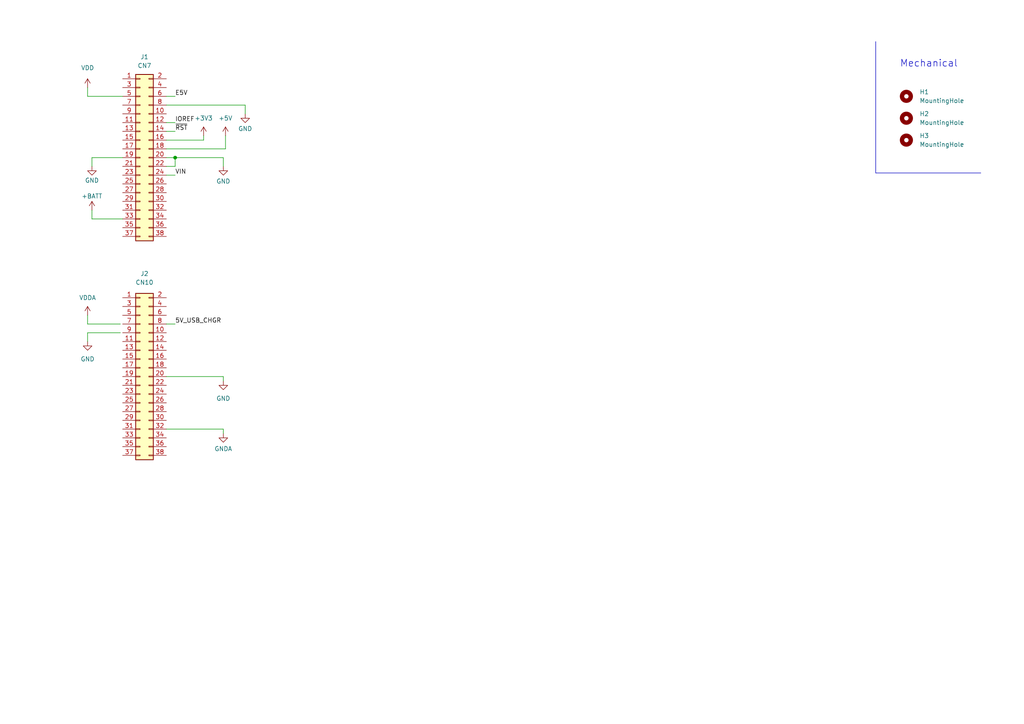
<source format=kicad_sch>
(kicad_sch (version 20231120) (generator "eeschema") (generator_version "8.0")
  (paper "A4")
  (lib_symbols
    (symbol "Connector_Generic:Conn_02x19_Odd_Even" (pin_names (offset 1.016) hide)
      (property "Reference" "J" (at 1.27 25.4 0))
      (property "Value" "Conn_02x19_Odd_Even" (at 1.27 -25.4 0))
      (symbol "Conn_02x19_Odd_Even_1_1"
        (rectangle (start -1.27 -22.733) (end 0 -22.987) (stroke (width 0.1524)))
        (rectangle (start -1.27 -20.193) (end 0 -20.447) (stroke (width 0.1524)))
        (rectangle (start -1.27 -17.653) (end 0 -17.907) (stroke (width 0.1524)))
        (rectangle (start -1.27 -15.113) (end 0 -15.367) (stroke (width 0.1524)))
        (rectangle (start -1.27 -12.573) (end 0 -12.827) (stroke (width 0.1524)))
        (rectangle (start -1.27 -10.033) (end 0 -10.287) (stroke (width 0.1524)))
        (rectangle (start -1.27 -7.493) (end 0 -7.747) (stroke (width 0.1524)))
        (rectangle (start -1.27 -4.953) (end 0 -5.207) (stroke (width 0.1524)))
        (rectangle (start -1.27 -2.413) (end 0 -2.667) (stroke (width 0.1524)))
        (rectangle (start -1.27 0.127) (end 0 -0.127) (stroke (width 0.1524)))
        (rectangle (start -1.27 2.667) (end 0 2.413) (stroke (width 0.1524)))
        (rectangle (start -1.27 5.207) (end 0 4.953) (stroke (width 0.1524)))
        (rectangle (start -1.27 7.747) (end 0 7.493) (stroke (width 0.1524)))
        (rectangle (start -1.27 10.287) (end 0 10.033) (stroke (width 0.1524)))
        (rectangle (start -1.27 12.827) (end 0 12.573) (stroke (width 0.1524)))
        (rectangle (start -1.27 15.367) (end 0 15.113) (stroke (width 0.1524)))
        (rectangle (start -1.27 17.907) (end 0 17.653) (stroke (width 0.1524)))
        (rectangle (start -1.27 20.447) (end 0 20.193) (stroke (width 0.1524)))
        (rectangle (start -1.27 22.987) (end 0 22.733) (stroke (width 0.1524)))
        (rectangle (start -1.27 24.13) (end 3.81 -24.13) (stroke (width 0.254)) (fill (type background)))
        (rectangle (start 3.81 -22.733) (end 2.54 -22.987) (stroke (width 0.1524)))
        (rectangle (start 3.81 -20.193) (end 2.54 -20.447) (stroke (width 0.1524)))
        (rectangle (start 3.81 -17.653) (end 2.54 -17.907) (stroke (width 0.1524)))
        (rectangle (start 3.81 -15.113) (end 2.54 -15.367) (stroke (width 0.1524)))
        (rectangle (start 3.81 -12.573) (end 2.54 -12.827) (stroke (width 0.1524)))
        (rectangle (start 3.81 -10.033) (end 2.54 -10.287) (stroke (width 0.1524)))
        (rectangle (start 3.81 -7.493) (end 2.54 -7.747) (stroke (width 0.1524)))
        (rectangle (start 3.81 -4.953) (end 2.54 -5.207) (stroke (width 0.1524)))
        (rectangle (start 3.81 -2.413) (end 2.54 -2.667) (stroke (width 0.1524)))
        (rectangle (start 3.81 0.127) (end 2.54 -0.127) (stroke (width 0.1524)))
        (rectangle (start 3.81 2.667) (end 2.54 2.413) (stroke (width 0.1524)))
        (rectangle (start 3.81 5.207) (end 2.54 4.953) (stroke (width 0.1524)))
        (rectangle (start 3.81 7.747) (end 2.54 7.493) (stroke (width 0.1524)))
        (rectangle (start 3.81 10.287) (end 2.54 10.033) (stroke (width 0.1524)))
        (rectangle (start 3.81 12.827) (end 2.54 12.573) (stroke (width 0.1524)))
        (rectangle (start 3.81 15.367) (end 2.54 15.113) (stroke (width 0.1524)))
        (rectangle (start 3.81 17.907) (end 2.54 17.653) (stroke (width 0.1524)))
        (rectangle (start 3.81 20.447) (end 2.54 20.193) (stroke (width 0.1524)))
        (rectangle (start 3.81 22.987) (end 2.54 22.733) (stroke (width 0.1524)))
        (pin passive line (at -5.08 22.86 0) (length 3.81) (name "Pin_1") (number "1"))
        (pin passive line (at 7.62 12.7 180) (length 3.81) (name "Pin_10") (number "10"))
        (pin passive line (at -5.08 10.16 0) (length 3.81) (name "Pin_11") (number "11"))
        (pin passive line (at 7.62 10.16 180) (length 3.81) (name "Pin_12") (number "12"))
        (pin passive line (at -5.08 7.62 0) (length 3.81) (name "Pin_13") (number "13"))
        (pin passive line (at 7.62 7.62 180) (length 3.81) (name "Pin_14") (number "14"))
        (pin passive line (at -5.08 5.08 0) (length 3.81) (name "Pin_15") (number "15"))
        (pin passive line (at 7.62 5.08 180) (length 3.81) (name "Pin_16") (number "16"))
        (pin passive line (at -5.08 2.54 0) (length 3.81) (name "Pin_17") (number "17"))
        (pin passive line (at 7.62 2.54 180) (length 3.81) (name "Pin_18") (number "18"))
        (pin passive line (at -5.08 0 0) (length 3.81) (name "Pin_19") (number "19"))
        (pin passive line (at 7.62 22.86 180) (length 3.81) (name "Pin_2") (number "2"))
        (pin passive line (at 7.62 0 180) (length 3.81) (name "Pin_20") (number "20"))
        (pin passive line (at -5.08 -2.54 0) (length 3.81) (name "Pin_21") (number "21"))
        (pin passive line (at 7.62 -2.54 180) (length 3.81) (name "Pin_22") (number "22"))
        (pin passive line (at -5.08 -5.08 0) (length 3.81) (name "Pin_23") (number "23"))
        (pin passive line (at 7.62 -5.08 180) (length 3.81) (name "Pin_24") (number "24"))
        (pin passive line (at -5.08 -7.62 0) (length 3.81) (name "Pin_25") (number "25"))
        (pin passive line (at 7.62 -7.62 180) (length 3.81) (name "Pin_26") (number "26"))
        (pin passive line (at -5.08 -10.16 0) (length 3.81) (name "Pin_27") (number "27"))
        (pin passive line (at 7.62 -10.16 180) (length 3.81) (name "Pin_28") (number "28"))
        (pin passive line (at -5.08 -12.7 0) (length 3.81) (name "Pin_29") (number "29"))
        (pin passive line (at -5.08 20.32 0) (length 3.81) (name "Pin_3") (number "3"))
        (pin passive line (at 7.62 -12.7 180) (length 3.81) (name "Pin_30") (number "30"))
        (pin passive line (at -5.08 -15.24 0) (length 3.81) (name "Pin_31") (number "31"))
        (pin passive line (at 7.62 -15.24 180) (length 3.81) (name "Pin_32") (number "32"))
        (pin passive line (at -5.08 -17.78 0) (length 3.81) (name "Pin_33") (number "33"))
        (pin passive line (at 7.62 -17.78 180) (length 3.81) (name "Pin_34") (number "34"))
        (pin passive line (at -5.08 -20.32 0) (length 3.81) (name "Pin_35") (number "35"))
        (pin passive line (at 7.62 -20.32 180) (length 3.81) (name "Pin_36") (number "36"))
        (pin passive line (at -5.08 -22.86 0) (length 3.81) (name "Pin_37") (number "37"))
        (pin passive line (at 7.62 -22.86 180) (length 3.81) (name "Pin_38") (number "38"))
        (pin passive line (at 7.62 20.32 180) (length 3.81) (name "Pin_4") (number "4"))
        (pin passive line (at -5.08 17.78 0) (length 3.81) (name "Pin_5") (number "5"))
        (pin passive line (at 7.62 17.78 180) (length 3.81) (name "Pin_6") (number "6"))
        (pin passive line (at -5.08 15.24 0) (length 3.81) (name "Pin_7") (number "7"))
        (pin passive line (at 7.62 15.24 180) (length 3.81) (name "Pin_8") (number "8"))
        (pin passive line (at -5.08 12.7 0) (length 3.81) (name "Pin_9") (number "9"))
      )
    )
    (symbol "Mechanical:MountingHole" (pin_names (offset 1.016))
      (property "Reference" "H" (at 0 5.08 0))
      (property "Value" "MountingHole" (at 0 3.175 0))
      (symbol "MountingHole_0_1"
        (circle (center 0 0) (radius 1.27) (stroke (width 1.27)))
      )
    )
    (symbol "power:+3V3" (power) (pin_names (offset 0))
      (property "Value" "+3V3" (at 0 3.556 0))
      (symbol "+3V3_0_1"
        (polyline (pts (xy -0.762 1.27) (xy 0 2.54)))
        (polyline (pts (xy 0 0) (xy 0 2.54)))
        (polyline (pts (xy 0 2.54) (xy 0.762 1.27)))
      )
      (symbol "+3V3_1_1"
        (pin power_in line (at 0 0 90) (length 0) hide (name "+3V3") (number "1"))
      )
    )
    (symbol "power:+5V" (power) (pin_names (offset 0))
      (property "Value" "+5V" (at 0 3.556 0))
      (symbol "+5V_0_1"
        (polyline (pts (xy -0.762 1.27) (xy 0 2.54)))
        (polyline (pts (xy 0 0) (xy 0 2.54)))
        (polyline (pts (xy 0 2.54) (xy 0.762 1.27)))
      )
      (symbol "+5V_1_1"
        (pin power_in line (at 0 0 90) (length 0) hide (name "+5V") (number "1"))
      )
    )
    (symbol "power:+BATT" (power) (pin_names (offset 0))
      (property "Value" "+BATT" (at 0 3.556 0))
      (symbol "+BATT_0_1"
        (polyline (pts (xy -0.762 1.27) (xy 0 2.54)))
        (polyline (pts (xy 0 0) (xy 0 2.54)))
        (polyline (pts (xy 0 2.54) (xy 0.762 1.27)))
      )
      (symbol "+BATT_1_1"
        (pin power_in line (at 0 0 90) (length 0) hide (name "+BATT") (number "1"))
      )
    )
    (symbol "power:GND" (power) (pin_names (offset 0))
      (property "Value" "GND" (at 0 -3.81 0))
      (symbol "GND_0_1"
        (polyline (pts (xy 0 0) (xy 0 -1.27) (xy 1.27 -1.27) (xy 0 -2.54) (xy -1.27 -1.27) (xy 0 -1.27)))
      )
      (symbol "GND_1_1"
        (pin power_in line (at 0 0 270) (length 0) hide (name "GND") (number "1"))
      )
    )
    (symbol "power:GNDA" (power) (pin_names (offset 0))
      (property "Value" "GNDA" (at 0 -3.81 0))
      (symbol "GNDA_0_1"
        (polyline (pts (xy 0 0) (xy 0 -1.27) (xy 1.27 -1.27) (xy 0 -2.54) (xy -1.27 -1.27) (xy 0 -1.27)))
      )
      (symbol "GNDA_1_1"
        (pin power_in line (at 0 0 270) (length 0) hide (name "GNDA") (number "1"))
      )
    )
    (symbol "power:VDD" (power) (pin_names (offset 0))
      (property "Value" "VDD" (at 0 3.81 0))
      (symbol "VDD_0_1"
        (polyline (pts (xy -0.762 1.27) (xy 0 2.54)))
        (polyline (pts (xy 0 0) (xy 0 2.54)))
        (polyline (pts (xy 0 2.54) (xy 0.762 1.27)))
      )
      (symbol "VDD_1_1"
        (pin power_in line (at 0 0 90) (length 0) hide (name "VDD") (number "1"))
      )
    )
    (symbol "power:VDDA" (power) (pin_names (offset 0))
      (property "Value" "VDDA" (at 0 3.81 0))
      (symbol "VDDA_0_1"
        (polyline (pts (xy -0.762 1.27) (xy 0 2.54)))
        (polyline (pts (xy 0 0) (xy 0 2.54)))
        (polyline (pts (xy 0 2.54) (xy 0.762 1.27)))
      )
      (symbol "VDDA_1_1"
        (pin power_in line (at 0 0 90) (length 0) hide (name "VDDA") (number "1"))
      )
    )
  )
  (junction (at 50.8 45.72))
  (wire (pts (xy 48.26 35.56) (xy 50.8 35.56)))
  (wire (pts (xy 71.12 30.48) (xy 48.26 30.48)))
  (wire (pts (xy 71.12 33.02) (xy 71.12 30.48)))
  (wire (pts (xy 48.26 27.94) (xy 50.8 27.94)))
  (wire (pts (xy 48.26 124.46) (xy 64.77 124.46)))
  (wire (pts (xy 64.77 124.46) (xy 64.77 125.73)))
  (wire (pts (xy 35.56 45.72) (xy 26.67 45.72)))
  (polyline (pts (xy 254 12.065) (xy 254 50.165)))
  (polyline (pts (xy 254 50.165) (xy 284.48 50.165)))
  (wire (pts (xy 26.67 45.72) (xy 26.67 48.26)))
  (wire (pts (xy 48.26 48.26) (xy 50.8 48.26)))
  (wire (pts (xy 50.8 48.26) (xy 50.8 45.72)))
  (wire (pts (xy 48.26 38.1) (xy 50.8 38.1)))
  (wire (pts (xy 64.77 109.22) (xy 64.77 110.49)))
  (wire (pts (xy 48.26 93.98) (xy 50.8 93.98)))
  (wire (pts (xy 48.26 43.18) (xy 65.405 43.18)))
  (wire (pts (xy 65.405 43.18) (xy 65.405 39.37)))
  (wire (pts (xy 25.4 25.4) (xy 25.4 27.94)))
  (wire (pts (xy 25.4 93.98) (xy 34.925 93.98)))
  (wire (pts (xy 48.26 40.64) (xy 59.055 40.64)))
  (wire (pts (xy 59.055 40.64) (xy 59.055 39.37)))
  (wire (pts (xy 25.4 96.52) (xy 34.925 96.52)))
  (wire (pts (xy 25.4 96.52) (xy 25.4 99.06)))
  (wire (pts (xy 35.56 63.5) (xy 26.67 63.5)))
  (wire (pts (xy 64.77 109.22) (xy 48.26 109.22)))
  (wire (pts (xy 25.4 27.94) (xy 35.56 27.94)))
  (wire (pts (xy 26.67 60.96) (xy 26.67 63.5)))
  (wire (pts (xy 25.4 91.44) (xy 25.4 93.98)))
  (wire (pts (xy 48.26 50.8) (xy 50.8 50.8)))
  (wire (pts (xy 48.26 45.72) (xy 50.8 45.72)))
  (wire (pts (xy 50.8 45.72) (xy 64.77 45.72)))
  (wire (pts (xy 64.77 45.72) (xy 64.77 48.26)))
  (text "Mechanical\n" (at 260.985 19.685 0) (effects (font (size 2 2)) (justify left bottom)))
  (label "~{RST}" (at 50.8 38.1 0))
  (label "VIN" (at 50.8 50.8 0))
  (label "E5V" (at 50.8 27.94 0))
  (label "IOREF" (at 50.8 35.56 0))
  (label "5V_USB_CHGR" (at 50.8 93.98 0))
  (symbol (lib_id "Connector_Generic:Conn_02x19_Odd_Even") (at 40.64 45.72 0) (unit 1)
    (property "Reference" "J1" (at 41.91 16.51 0))
    (property "Value" "CN7" (at 41.91 19.05 0))
    (property "Footprint" "Connector_PinSocket_2.54mm:PinSocket_2x19_P2.54mm_Vertical" (effects (hide yes)))
  )
  (symbol (lib_id "power:GND") (at 64.77 48.26 0) (unit 1)
    (property "Reference" "#PWR0101" (effects (hide yes)))
    (property "Value" "GND" (at 64.77 52.578 0))
  )
  (symbol (lib_id "Mechanical:MountingHole") (at 262.89 34.29 0) (unit 1)
    (property "Reference" "H2" (at 266.7 33.0199 0) (effects (justify left)))
    (property "Value" "MountingHole" (at 266.7 35.5599 0) (effects (justify left)))
    (property "Footprint" "MountingHole:MountingHole_3.2mm_M3" (effects (hide yes)))
  )
  (symbol (lib_id "power:GND") (at 71.12 33.02 0) (unit 1)
    (property "Reference" "#PWR0107" (effects (hide yes)))
    (property "Value" "GND" (at 71.12 37.338 0))
  )
  (symbol (lib_id "Mechanical:MountingHole") (at 262.89 40.64 0) (unit 1)
    (property "Reference" "H3" (at 266.7 39.3699 0) (effects (justify left)))
    (property "Value" "MountingHole" (at 266.7 41.9099 0) (effects (justify left)))
    (property "Footprint" "MountingHole:MountingHole_3.2mm_M3" (effects (hide yes)))
  )
  (symbol (lib_id "power:VDDA") (at 25.4 91.44 0) (unit 1)
    (property "Reference" "#PWR0103" (effects (hide yes)))
    (property "Value" "VDDA" (at 25.4 86.36 0))
  )
  (symbol (lib_id "Mechanical:MountingHole") (at 262.89 27.94 0) (unit 1)
    (property "Reference" "H1" (at 266.7 26.6699 0) (effects (justify left)))
    (property "Value" "MountingHole" (at 266.7 29.2099 0) (effects (justify left)))
    (property "Footprint" "MountingHole:MountingHole_3.2mm_M3" (effects (hide yes)))
  )
  (symbol (lib_id "power:GND") (at 64.77 110.49 0) (unit 1)
    (property "Reference" "#PWR0105" (effects (hide yes)))
    (property "Value" "GND" (at 64.77 115.57 0))
  )
  (symbol (lib_id "power:VDD") (at 25.4 25.4 0) (unit 1)
    (property "Reference" "#PWR0109" (effects (hide yes)))
    (property "Value" "VDD" (at 25.4 19.685 0))
  )
  (symbol (lib_id "power:+5V") (at 65.405 39.37 0) (unit 1)
    (property "Reference" "#PWR0108" (effects (hide yes)))
    (property "Value" "+5V" (at 65.405 34.29 0))
  )
  (symbol (lib_id "power:+BATT") (at 26.67 60.96 0) (unit 1)
    (property "Reference" "#PWR0111" (effects (hide yes)))
    (property "Value" "+BATT" (at 26.67 56.896 0))
  )
  (symbol (lib_id "power:+3V3") (at 59.055 39.37 0) (unit 1)
    (property "Reference" "#PWR0106" (effects (hide yes)))
    (property "Value" "+3V3" (at 59.055 34.29 0))
  )
  (symbol (lib_id "power:GND") (at 26.67 48.26 0) (unit 1)
    (property "Reference" "#PWR0110" (effects (hide yes)))
    (property "Value" "GND" (at 26.67 52.324 0))
  )
  (symbol (lib_id "Connector_Generic:Conn_02x19_Odd_Even") (at 40.64 109.22 0) (unit 1)
    (property "Reference" "J2" (at 41.91 79.375 0))
    (property "Value" "CN10" (at 41.91 81.915 0))
    (property "Footprint" "Connector_PinSocket_2.54mm:PinSocket_2x19_P2.54mm_Vertical" (effects (hide yes)))
  )
  (symbol (lib_id "power:GND") (at 25.4 99.06 0) (unit 1)
    (property "Reference" "#PWR0102" (effects (hide yes)))
    (property "Value" "GND" (at 25.4 104.14 0))
  )
  (symbol (lib_id "power:GNDA") (at 64.77 125.73 0) (unit 1)
    (property "Reference" "#PWR0104" (effects (hide yes)))
    (property "Value" "GNDA" (at 64.77 130.175 0))
  )
)
</source>
